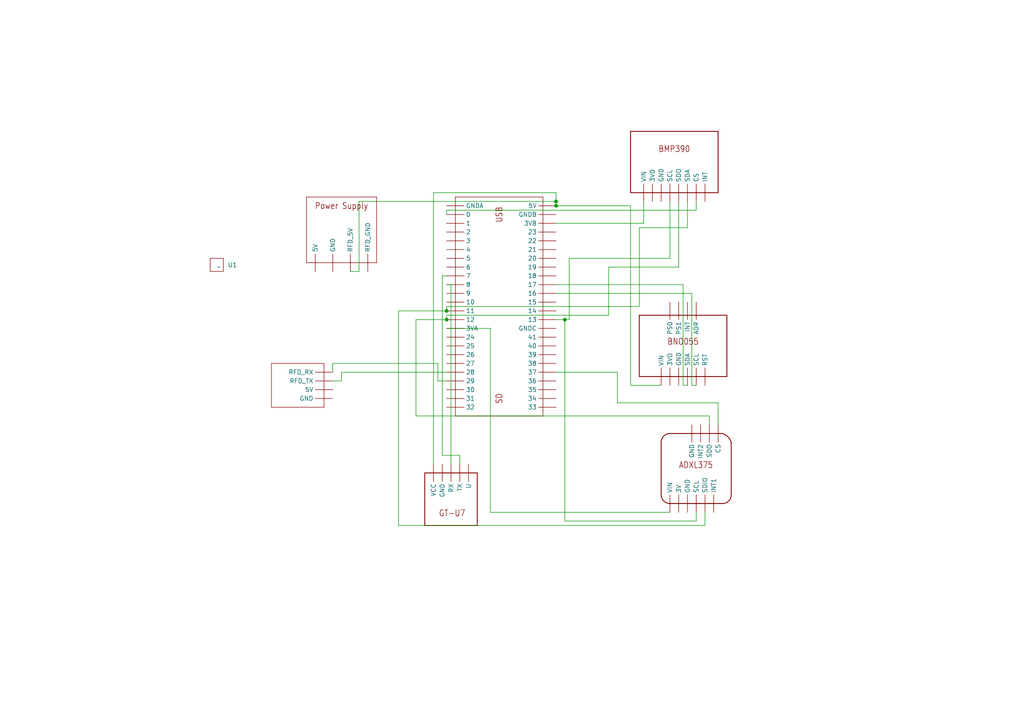
<source format=kicad_sch>
(kicad_sch (version 20230121) (generator eeschema)
  (paper "A4")
  (lib_symbols
    (symbol "SHART.symbols:ADXL377"
      (symbol "ADXL377_1_0"
        (polyline (pts (xy 0 17.78) (xy 0 2.54)) (stroke (width 0.254)))
        (polyline (pts (xy 2.54 0) (xy 17.78 0)) (stroke (width 0.254)))
        (polyline (pts (xy 17.78 20.32) (xy 2.54 20.32)) (stroke (width 0.254)))
        (polyline (pts (xy 20.32 2.54) (xy 20.32 17.78)) (stroke (width 0.254)))
        (arc (start 0 2.54) (mid 0.7439 0.7439) (end 2.54 0) (stroke (width 0.254)))
        (arc (start 2.54 20.32) (mid 0.7439 19.5761) (end 0 17.78) (stroke (width 0.254)))
        (arc (start 17.78 0) (mid 19.5761 0.7439) (end 20.32 2.54) (stroke (width 0.254)))
        (arc (start 20.32 17.7799) (mid 19.3498 19.3497) (end 17.78 20.32) (stroke (width 0.254)))
        (text "ADXL375\n" (at 5.08 10.16 0) (effects (font (size 1.778 1.5113)) (justify left bottom)))
        (pin bidirectional line (at 5.08 -2.54 90) (length 5.08) (name "3V") (number "3V"))
        (pin bidirectional line (at 16.51 22.86 270) (length 5.08) (name "CS") (number "CS"))
        (pin bidirectional line (at 7.62 -2.54 90) (length 5.08) (name "GND") (number "GND"))
        (pin bidirectional line (at 8.89 22.86 270) (length 5.08) (name "GND") (number "GND"))
        (pin bidirectional line (at 15.24 -2.54 90) (length 5.08) (name "INT1") (number "INT1"))
        (pin bidirectional line (at 11.43 22.86 270) (length 5.08) (name "INT2") (number "INT2"))
        (pin bidirectional line (at 10.16 -2.54 90) (length 5.08) (name "SCL") (number "SCL"))
        (pin bidirectional line (at 12.7 -2.54 90) (length 5.08) (name "SDIO") (number "SDIO"))
        (pin bidirectional line (at 13.97 22.86 270) (length 5.08) (name "SDO") (number "SDO"))
        (pin bidirectional line (at 2.54 -2.54 90) (length 5.08) (name "VIN") (number "VIN"))
      )
    )
    (symbol "SHART.symbols:BMP390"
      (symbol "BMP390_1_0"
        (polyline (pts (xy 0 0) (xy 25.4 0)) (stroke (width 0.254)))
        (polyline (pts (xy 0 17.78) (xy 0 0)) (stroke (width 0.254)))
        (polyline (pts (xy 25.4 0) (xy 25.4 17.78)) (stroke (width 0.254)))
        (polyline (pts (xy 25.4 17.78) (xy 0 17.78)) (stroke (width 0.254)))
        (text "BMP390" (at 12.7 12.7 0) (effects (font (size 1.778 1.5113))))
        (pin bidirectional line (at 6.35 -2.54 90) (length 5.08) (name "3VO") (number "3V0"))
        (pin bidirectional line (at 19.05 -2.54 90) (length 5.08) (name "CS") (number "CS"))
        (pin bidirectional line (at 8.89 -2.54 90) (length 5.08) (name "GND") (number "GND"))
        (pin bidirectional line (at 21.59 -2.54 90) (length 5.08) (name "INT") (number "INT"))
        (pin bidirectional line (at 11.43 -2.54 90) (length 5.08) (name "SCL") (number "SCL"))
        (pin bidirectional line (at 16.51 -2.54 90) (length 5.08) (name "SDA") (number "SDA"))
        (pin bidirectional line (at 13.97 -2.54 90) (length 5.08) (name "SDO") (number "SDC"))
        (pin bidirectional line (at 3.81 -2.54 90) (length 5.08) (name "VIN") (number "VIN"))
      )
    )
    (symbol "SHART.symbols:BMP390_1"
      (symbol "BMP390_1_1_0"
        (polyline (pts (xy 0 0) (xy 25.4 0)) (stroke (width 0.254)))
        (polyline (pts (xy 0 17.78) (xy 0 0)) (stroke (width 0.254)))
        (polyline (pts (xy 25.4 0) (xy 25.4 17.78)) (stroke (width 0.254)))
        (polyline (pts (xy 25.4 17.78) (xy 0 17.78)) (stroke (width 0.254)))
        (text "BNO055\n" (at 12.7 10.16 0) (effects (font (size 1.778 1.5113))))
        (pin bidirectional line (at 8.89 -2.54 90) (length 5.08) (name "3VO") (number "3VO"))
        (pin bidirectional line (at 16.51 21.59 270) (length 5.08) (name "ADR") (number "ADR"))
        (pin bidirectional line (at 11.43 -2.54 90) (length 5.08) (name "GND") (number "GND"))
        (pin bidirectional line (at 13.97 21.59 270) (length 5.08) (name "INT") (number "INT"))
        (pin bidirectional line (at 8.89 21.59 270) (length 5.08) (name "PS0") (number "PS0"))
        (pin bidirectional line (at 11.43 21.59 270) (length 5.08) (name "PS1") (number "PS1"))
        (pin bidirectional line (at 19.05 -2.54 90) (length 5.08) (name "RST") (number "RST"))
        (pin bidirectional line (at 16.51 -2.54 90) (length 5.08) (name "SCL") (number "SCL"))
        (pin bidirectional line (at 13.97 -2.54 90) (length 5.08) (name "SDA") (number "SDA"))
        (pin bidirectional line (at 6.35 -2.54 90) (length 5.08) (name "VIN") (number "VIN"))
      )
    )
    (symbol "SHART.symbols:CUSTOM_POWER_INPUT"
      (symbol "CUSTOM_POWER_INPUT_1_0"
        (polyline (pts (xy 0 0) (xy 20.32 0)) (stroke (width 0.1524)))
        (polyline (pts (xy 0 19.05) (xy 0 0)) (stroke (width 0.1524)))
        (polyline (pts (xy 20.32 0) (xy 20.32 19.05)) (stroke (width 0.1524)))
        (polyline (pts (xy 20.32 19.05) (xy 0 19.05)) (stroke (width 0.1524)))
        (text "Power Supply" (at 10.16 16.51 0) (effects (font (size 1.778 1.5113))))
        (pin bidirectional line (at 2.54 -2.54 90) (length 5.08) (name "5V") (number "5V"))
        (pin bidirectional line (at 7.62 -2.54 90) (length 5.08) (name "GND") (number "GND"))
        (pin bidirectional line (at 12.7 -2.54 90) (length 5.08) (name "RFD_5V") (number "RFD_5V"))
        (pin bidirectional line (at 17.78 -2.54 90) (length 5.08) (name "RFD_GND") (number "RFD_GND"))
      )
    )
    (symbol "SHART.symbols:CUSTOM_RADIO_INTERFACE"
      (symbol "CUSTOM_RADIO_INTERFACE_1_0"
        (polyline (pts (xy 0 0) (xy 12.7 0)) (stroke (width 0.1524)))
        (polyline (pts (xy 0 15.24) (xy 0 0)) (stroke (width 0.1524)))
        (polyline (pts (xy 12.7 0) (xy 12.7 15.24)) (stroke (width 0.1524)))
        (polyline (pts (xy 12.7 15.24) (xy 0 15.24)) (stroke (width 0.1524)))
        (pin bidirectional line (at 5.08 -2.54 90) (length 5.08) (name "5V") (number "5V"))
        (pin bidirectional line (at 2.54 -2.54 90) (length 5.08) (name "GND") (number "GND"))
        (pin bidirectional line (at 10.16 -2.54 90) (length 5.08) (name "RFD_RX") (number "RX"))
        (pin bidirectional line (at 7.62 -2.54 90) (length 5.08) (name "RFD_TX") (number "TX"))
      )
    )
    (symbol "SHART.symbols:CUSTOM_TEENSY4.1"
      (symbol "CUSTOM_TEENSY4.1_1_0"
        (polyline (pts (xy 0 0) (xy 63.5 0)) (stroke (width 0.1524)))
        (polyline (pts (xy 0 25.4) (xy 0 0)) (stroke (width 0.1524)))
        (polyline (pts (xy 63.5 0) (xy 63.5 25.4)) (stroke (width 0.1524)))
        (polyline (pts (xy 63.5 25.4) (xy 0 25.4)) (stroke (width 0.1524)))
        (text "SD" (at 58.42 12.7 0) (effects (font (size 1.778 1.5113))))
        (text "USB" (at 5.08 12.7 0) (effects (font (size 1.778 1.5113))))
        (pin bidirectional line (at 5.08 -2.54 90) (length 5.08) (name "0") (number "0"))
        (pin bidirectional line (at 7.62 -2.54 90) (length 5.08) (name "1") (number "1"))
        (pin bidirectional line (at 30.48 -2.54 90) (length 5.08) (name "10") (number "10"))
        (pin bidirectional line (at 33.02 -2.54 90) (length 5.08) (name "11") (number "11"))
        (pin bidirectional line (at 35.56 -2.54 90) (length 5.08) (name "12") (number "12"))
        (pin bidirectional line (at 35.56 29.21 270) (length 5.08) (name "13") (number "13"))
        (pin bidirectional line (at 33.02 29.21 270) (length 5.08) (name "14") (number "14"))
        (pin bidirectional line (at 30.48 29.21 270) (length 5.08) (name "15") (number "15"))
        (pin bidirectional line (at 27.94 29.21 270) (length 5.08) (name "16") (number "16"))
        (pin bidirectional line (at 25.4 29.21 270) (length 5.08) (name "17") (number "17"))
        (pin bidirectional line (at 22.86 29.21 270) (length 5.08) (name "18") (number "18"))
        (pin bidirectional line (at 20.32 29.21 270) (length 5.08) (name "19") (number "19"))
        (pin bidirectional line (at 10.16 -2.54 90) (length 5.08) (name "2") (number "2"))
        (pin bidirectional line (at 17.78 29.21 270) (length 5.08) (name "20") (number "20"))
        (pin bidirectional line (at 15.24 29.21 270) (length 5.08) (name "21") (number "21"))
        (pin bidirectional line (at 12.7 29.21 270) (length 5.08) (name "22") (number "22"))
        (pin bidirectional line (at 10.16 29.21 270) (length 5.08) (name "23") (number "23"))
        (pin bidirectional line (at 40.64 -2.54 90) (length 5.08) (name "24") (number "24"))
        (pin bidirectional line (at 43.18 -2.54 90) (length 5.08) (name "25") (number "25"))
        (pin bidirectional line (at 45.72 -2.54 90) (length 5.08) (name "26") (number "26"))
        (pin bidirectional line (at 48.26 -2.54 90) (length 5.08) (name "27") (number "27"))
        (pin bidirectional line (at 50.8 -2.54 90) (length 5.08) (name "28") (number "28"))
        (pin bidirectional line (at 53.34 -2.54 90) (length 5.08) (name "29") (number "29"))
        (pin bidirectional line (at 12.7 -2.54 90) (length 5.08) (name "3") (number "3"))
        (pin bidirectional line (at 55.88 -2.54 90) (length 5.08) (name "30") (number "30"))
        (pin bidirectional line (at 58.42 -2.54 90) (length 5.08) (name "31") (number "31"))
        (pin bidirectional line (at 60.96 -2.54 90) (length 5.08) (name "32") (number "32"))
        (pin bidirectional line (at 60.96 29.21 270) (length 5.08) (name "33") (number "33"))
        (pin bidirectional line (at 58.42 29.21 270) (length 5.08) (name "34") (number "34"))
        (pin bidirectional line (at 55.88 29.21 270) (length 5.08) (name "35") (number "35"))
        (pin bidirectional line (at 53.34 29.21 270) (length 5.08) (name "36") (number "36"))
        (pin bidirectional line (at 50.8 29.21 270) (length 5.08) (name "37") (number "37"))
        (pin bidirectional line (at 48.26 29.21 270) (length 5.08) (name "38") (number "38"))
        (pin bidirectional line (at 45.72 29.21 270) (length 5.08) (name "39") (number "39"))
        (pin bidirectional line (at 38.1 -2.54 90) (length 5.08) (name "3VA") (number "3VA"))
        (pin bidirectional line (at 7.62 29.21 270) (length 5.08) (name "3VB") (number "3VB"))
        (pin bidirectional line (at 15.24 -2.54 90) (length 5.08) (name "4") (number "4"))
        (pin bidirectional line (at 43.18 29.21 270) (length 5.08) (name "40") (number "40"))
        (pin bidirectional line (at 40.64 29.21 270) (length 5.08) (name "41") (number "41"))
        (pin bidirectional line (at 17.78 -2.54 90) (length 5.08) (name "5") (number "5"))
        (pin bidirectional line (at 2.54 29.21 270) (length 5.08) (name "5V") (number "5VA"))
        (pin bidirectional line (at 20.32 -2.54 90) (length 5.08) (name "6") (number "6"))
        (pin bidirectional line (at 22.86 -2.54 90) (length 5.08) (name "7") (number "7"))
        (pin bidirectional line (at 25.4 -2.54 90) (length 5.08) (name "8") (number "8"))
        (pin bidirectional line (at 27.94 -2.54 90) (length 5.08) (name "9") (number "9"))
        (pin bidirectional line (at 2.54 -2.54 90) (length 5.08) (name "GNDA") (number "GNDA"))
        (pin bidirectional line (at 5.08 29.21 270) (length 5.08) (name "GNDB") (number "GNDB"))
        (pin bidirectional line (at 38.1 29.21 270) (length 5.08) (name "GNDC") (number "GNDC"))
      )
    )
    (symbol "SHART.symbols:GT-U7"
      (symbol "GT-U7_1_0"
        (polyline (pts (xy 0 0) (xy 0 15.24)) (stroke (width 0.254)))
        (polyline (pts (xy 0 15.24) (xy 15.24 15.24)) (stroke (width 0.254)))
        (polyline (pts (xy 15.24 0) (xy 0 0)) (stroke (width 0.254)))
        (polyline (pts (xy 15.24 15.24) (xy 15.24 0)) (stroke (width 0.254)))
        (text "GT-U7" (at 4.064 2.54 0) (effects (font (size 1.778 1.5113)) (justify left bottom)))
        (pin bidirectional line (at 5.08 17.78 270) (length 5.08) (name "GND") (number "GND"))
        (pin bidirectional line (at 7.62 17.78 270) (length 5.08) (name "RX") (number "RX"))
        (pin bidirectional line (at 10.16 17.78 270) (length 5.08) (name "TX") (number "TX"))
        (pin bidirectional line (at 12.7 17.78 270) (length 5.08) (name "U") (number "U"))
        (pin bidirectional line (at 2.54 17.78 270) (length 5.08) (name "VCC") (number "VCC"))
      )
    )
    (symbol "SHART.symbols:Radio_Space"
      (property "Reference" "U" (at 0 0 0))
      (symbol "Radio_Space_0_1"
        (rectangle (start 1.27 -1.27) (end -2.54 2.54))
      )
    )
  )
  (junction (at 161.29 58.42))
  (junction (at 129.54 92.71))
  (junction (at 161.29 59.69))
  (junction (at 163.83 92.71))
  (junction (at 129.54 90.17))
  (wire (pts (xy 182.88 111.76) (xy 191.77 111.76)))
  (wire (pts (xy 142.24 148.59) (xy 142.24 95.25)))
  (wire (pts (xy 208.28 116.84) (xy 208.28 123.19)))
  (wire (pts (xy 161.29 85.09) (xy 200.66 85.09)))
  (wire (pts (xy 163.83 92.71) (xy 161.29 92.71)))
  (wire (pts (xy 201.93 148.59) (xy 201.93 151.13)))
  (wire (pts (xy 163.83 151.13) (xy 163.83 92.71)))
  (wire (pts (xy 129.54 62.23) (xy 129.54 60.96)))
  (wire (pts (xy 161.29 82.55) (xy 198.12 82.55)))
  (wire (pts (xy 186.69 58.42) (xy 186.69 64.77)))
  (wire (pts (xy 161.29 55.88) (xy 161.29 58.42)))
  (wire (pts (xy 176.53 91.44) (xy 176.53 77.47)))
  (wire (pts (xy 129.54 80.01) (xy 128.27 80.01)))
  (wire (pts (xy 179.07 116.84) (xy 208.28 116.84)))
  (wire (pts (xy 127 105.41) (xy 127 110.49)))
  (wire (pts (xy 161.29 58.42) (xy 161.29 59.69)))
  (wire (pts (xy 194.31 74.93) (xy 165.1 74.93)))
  (wire (pts (xy 115.57 152.4) (xy 204.47 152.4)))
  (wire (pts (xy 128.27 132.08) (xy 133.35 132.08)))
  (wire (pts (xy 129.54 92.71) (xy 129.54 91.44)))
  (wire (pts (xy 142.24 95.25) (xy 129.54 95.25)))
  (wire (pts (xy 99.06 107.95) (xy 99.06 110.49)))
  (wire (pts (xy 129.54 88.9) (xy 185.42 88.9)))
  (wire (pts (xy 129.54 90.17) (xy 129.54 88.9)))
  (wire (pts (xy 182.88 59.69) (xy 182.88 111.76)))
  (wire (pts (xy 204.47 152.4) (xy 204.47 148.59)))
  (wire (pts (xy 165.1 92.71) (xy 163.83 92.71)))
  (wire (pts (xy 129.54 107.95) (xy 99.06 107.95)))
  (wire (pts (xy 104.14 58.42) (xy 161.29 58.42)))
  (wire (pts (xy 96.52 105.41) (xy 127 105.41)))
  (wire (pts (xy 186.69 64.77) (xy 161.29 64.77)))
  (wire (pts (xy 176.53 77.47) (xy 196.85 77.47)))
  (wire (pts (xy 205.74 120.65) (xy 120.65 120.65)))
  (wire (pts (xy 201.93 60.96) (xy 201.93 58.42)))
  (wire (pts (xy 133.35 132.08) (xy 133.35 134.62)))
  (wire (pts (xy 96.52 107.95) (xy 96.52 105.41)))
  (wire (pts (xy 101.6 78.74) (xy 104.14 78.74)))
  (wire (pts (xy 194.31 148.59) (xy 142.24 148.59)))
  (wire (pts (xy 185.42 66.04) (xy 199.39 66.04)))
  (wire (pts (xy 127 110.49) (xy 129.54 110.49)))
  (wire (pts (xy 120.65 92.71) (xy 129.54 92.71)))
  (wire (pts (xy 104.14 78.74) (xy 104.14 58.42)))
  (wire (pts (xy 129.54 91.44) (xy 176.53 91.44)))
  (wire (pts (xy 161.29 107.95) (xy 179.07 107.95)))
  (wire (pts (xy 201.93 151.13) (xy 163.83 151.13)))
  (wire (pts (xy 161.29 59.69) (xy 182.88 59.69)))
  (wire (pts (xy 120.65 120.65) (xy 120.65 92.71)))
  (wire (pts (xy 179.07 107.95) (xy 179.07 116.84)))
  (wire (pts (xy 130.81 134.62) (xy 130.81 82.55)))
  (wire (pts (xy 196.85 77.47) (xy 196.85 58.42)))
  (wire (pts (xy 200.66 85.09) (xy 200.66 111.76)))
  (wire (pts (xy 125.73 55.88) (xy 161.29 55.88)))
  (wire (pts (xy 198.12 111.76) (xy 199.39 111.76)))
  (wire (pts (xy 185.42 88.9) (xy 185.42 66.04)))
  (wire (pts (xy 115.57 90.17) (xy 115.57 152.4)))
  (wire (pts (xy 129.54 90.17) (xy 115.57 90.17)))
  (wire (pts (xy 129.54 60.96) (xy 201.93 60.96)))
  (wire (pts (xy 194.31 58.42) (xy 194.31 74.93)))
  (wire (pts (xy 199.39 66.04) (xy 199.39 58.42)))
  (wire (pts (xy 125.73 134.62) (xy 125.73 55.88)))
  (wire (pts (xy 205.74 123.19) (xy 205.74 120.65)))
  (wire (pts (xy 99.06 110.49) (xy 96.52 110.49)))
  (wire (pts (xy 200.66 111.76) (xy 201.93 111.76)))
  (wire (pts (xy 128.27 80.01) (xy 128.27 132.08)))
  (wire (pts (xy 130.81 82.55) (xy 129.54 82.55)))
  (wire (pts (xy 165.1 74.93) (xy 165.1 92.71)))
  (wire (pts (xy 198.12 82.55) (xy 198.12 111.76)))
  (symbol (lib_id "SHART.symbols:CUSTOM_POWER_INPUT") (at 88.9 76.2 0) (unit 1)
    (property "Reference" "U$4" (effects hide))
    (property "Value" "CUSTOM_POWER_INPUT" (effects hide))
    (property "Footprint" "Footprint.Shart:CUSTOM_POWER_INPUT" (effects hide))
  )
  (symbol (lib_id "SHART.symbols:Radio_Space") (at 63.5 77.47 0) (unit 1)
    (property "Reference" "U1" (at 66.04 76.835 0) (effects (justify left)))
    (property "Value" "~" (at 63.5 77.47 0))
  )
  (symbol (lib_id "SHART.symbols:BMP390") (at 182.88 55.88 0) (unit 1)
    (property "Reference" "U$2" (effects hide))
    (property "Value" "BMP390" (effects hide))
    (property "Footprint" "Footprint.Shart:BMP390" (effects hide))
    (property "SPICEPREFIX" "X" (effects hide))
  )
  (symbol (lib_id "SHART.symbols:BMP390_1") (at 185.42 109.22 0) (unit 1)
    (property "Reference" "U$3" (effects hide))
    (property "Value" "BNO055" (effects hide))
    (property "Footprint" "Footprint.Shart:BNO055" (effects hide))
    (property "SPICEPREFIX" "X" (effects hide))
  )
  (symbol (lib_id "SHART.symbols:CUSTOM_RADIO_INTERFACE") (at 93.98 118.11 90) (unit 1)
    (property "Reference" "U$5" (effects hide))
    (property "Value" "CUSTOM_RADIO_INTERFACE" (effects hide))
    (property "Footprint" "Footprint.Shart:CUSTOM_RADIO_INTERFACE" (effects hide))
  )
  (symbol (lib_id "SHART.symbols:ADXL377") (at 191.77 146.05 0) (unit 1)
    (property "Reference" "U$7" (effects hide))
    (property "Value" "ADXL375" (effects hide))
    (property "Footprint" "Footprint.Shart:ADXL375" (effects hide))
  )
  (symbol (lib_id "SHART.symbols:GT-U7") (at 123.19 152.4 0) (unit 1)
    (property "Reference" "U$6" (effects hide))
    (property "Value" "GT-U7" (effects hide))
    (property "Footprint" "Footprint.Shart:GT-U7" (effects hide))
  )
  (symbol (lib_id "SHART.symbols:CUSTOM_TEENSY4.1") (at 132.08 57.15 270) (unit 1)
    (property "Reference" "U$1" (effects hide))
    (property "Value" "CUSTOM_TEENSY4.1" (effects hide))
    (property "Footprint" "Footprint.Shart:CUSTOM_TEENSY4.1" (effects hide))
  )
)
</source>
